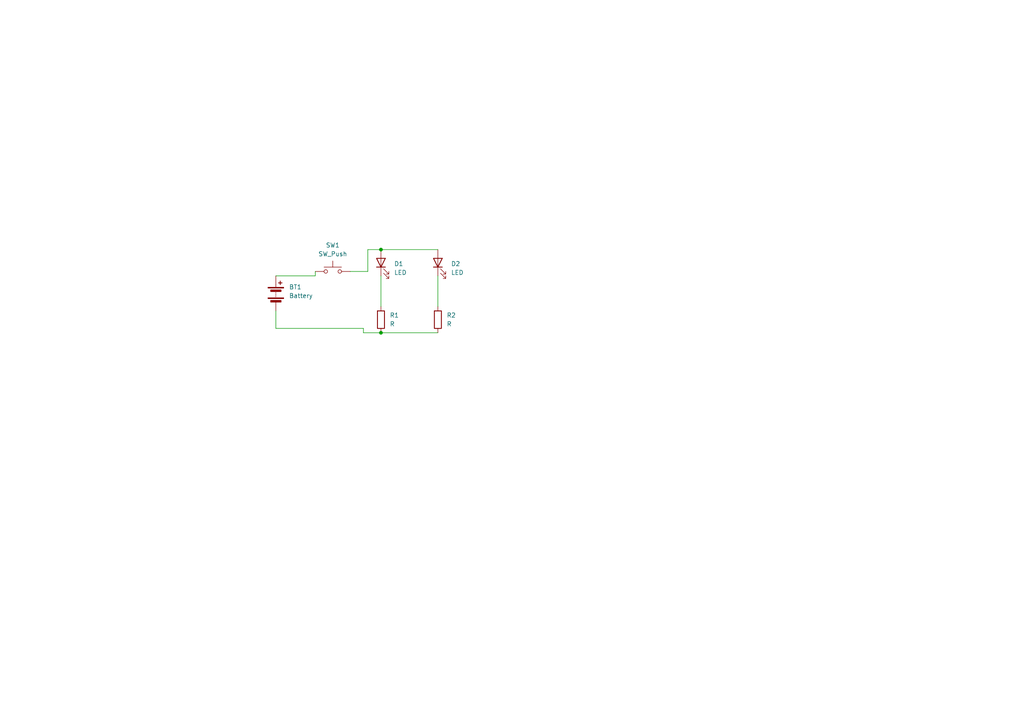
<source format=kicad_sch>
(kicad_sch
	(version 20250114)
	(generator "eeschema")
	(generator_version "9.0")
	(uuid "2504e64f-73e7-41b0-92b0-9d008e81ccbc")
	(paper "A4")
	(lib_symbols
		(symbol "Device:Battery"
			(pin_numbers
				(hide yes)
			)
			(pin_names
				(offset 0)
				(hide yes)
			)
			(exclude_from_sim no)
			(in_bom yes)
			(on_board yes)
			(property "Reference" "BT"
				(at 2.54 2.54 0)
				(effects
					(font
						(size 1.27 1.27)
					)
					(justify left)
				)
			)
			(property "Value" "Battery"
				(at 2.54 0 0)
				(effects
					(font
						(size 1.27 1.27)
					)
					(justify left)
				)
			)
			(property "Footprint" ""
				(at 0 1.524 90)
				(effects
					(font
						(size 1.27 1.27)
					)
					(hide yes)
				)
			)
			(property "Datasheet" "~"
				(at 0 1.524 90)
				(effects
					(font
						(size 1.27 1.27)
					)
					(hide yes)
				)
			)
			(property "Description" "Multiple-cell battery"
				(at 0 0 0)
				(effects
					(font
						(size 1.27 1.27)
					)
					(hide yes)
				)
			)
			(property "ki_keywords" "batt voltage-source cell"
				(at 0 0 0)
				(effects
					(font
						(size 1.27 1.27)
					)
					(hide yes)
				)
			)
			(symbol "Battery_0_1"
				(rectangle
					(start -2.286 1.778)
					(end 2.286 1.524)
					(stroke
						(width 0)
						(type default)
					)
					(fill
						(type outline)
					)
				)
				(rectangle
					(start -2.286 -1.27)
					(end 2.286 -1.524)
					(stroke
						(width 0)
						(type default)
					)
					(fill
						(type outline)
					)
				)
				(rectangle
					(start -1.524 1.016)
					(end 1.524 0.508)
					(stroke
						(width 0)
						(type default)
					)
					(fill
						(type outline)
					)
				)
				(rectangle
					(start -1.524 -2.032)
					(end 1.524 -2.54)
					(stroke
						(width 0)
						(type default)
					)
					(fill
						(type outline)
					)
				)
				(polyline
					(pts
						(xy 0 1.778) (xy 0 2.54)
					)
					(stroke
						(width 0)
						(type default)
					)
					(fill
						(type none)
					)
				)
				(polyline
					(pts
						(xy 0 0) (xy 0 0.254)
					)
					(stroke
						(width 0)
						(type default)
					)
					(fill
						(type none)
					)
				)
				(polyline
					(pts
						(xy 0 -0.508) (xy 0 -0.254)
					)
					(stroke
						(width 0)
						(type default)
					)
					(fill
						(type none)
					)
				)
				(polyline
					(pts
						(xy 0 -1.016) (xy 0 -0.762)
					)
					(stroke
						(width 0)
						(type default)
					)
					(fill
						(type none)
					)
				)
				(polyline
					(pts
						(xy 0.762 3.048) (xy 1.778 3.048)
					)
					(stroke
						(width 0.254)
						(type default)
					)
					(fill
						(type none)
					)
				)
				(polyline
					(pts
						(xy 1.27 3.556) (xy 1.27 2.54)
					)
					(stroke
						(width 0.254)
						(type default)
					)
					(fill
						(type none)
					)
				)
			)
			(symbol "Battery_1_1"
				(pin passive line
					(at 0 5.08 270)
					(length 2.54)
					(name "+"
						(effects
							(font
								(size 1.27 1.27)
							)
						)
					)
					(number "1"
						(effects
							(font
								(size 1.27 1.27)
							)
						)
					)
				)
				(pin passive line
					(at 0 -5.08 90)
					(length 2.54)
					(name "-"
						(effects
							(font
								(size 1.27 1.27)
							)
						)
					)
					(number "2"
						(effects
							(font
								(size 1.27 1.27)
							)
						)
					)
				)
			)
			(embedded_fonts no)
		)
		(symbol "Device:LED"
			(pin_numbers
				(hide yes)
			)
			(pin_names
				(offset 1.016)
				(hide yes)
			)
			(exclude_from_sim no)
			(in_bom yes)
			(on_board yes)
			(property "Reference" "D"
				(at 0 2.54 0)
				(effects
					(font
						(size 1.27 1.27)
					)
				)
			)
			(property "Value" "LED"
				(at 0 -2.54 0)
				(effects
					(font
						(size 1.27 1.27)
					)
				)
			)
			(property "Footprint" ""
				(at 0 0 0)
				(effects
					(font
						(size 1.27 1.27)
					)
					(hide yes)
				)
			)
			(property "Datasheet" "~"
				(at 0 0 0)
				(effects
					(font
						(size 1.27 1.27)
					)
					(hide yes)
				)
			)
			(property "Description" "Light emitting diode"
				(at 0 0 0)
				(effects
					(font
						(size 1.27 1.27)
					)
					(hide yes)
				)
			)
			(property "Sim.Pins" "1=K 2=A"
				(at 0 0 0)
				(effects
					(font
						(size 1.27 1.27)
					)
					(hide yes)
				)
			)
			(property "ki_keywords" "LED diode"
				(at 0 0 0)
				(effects
					(font
						(size 1.27 1.27)
					)
					(hide yes)
				)
			)
			(property "ki_fp_filters" "LED* LED_SMD:* LED_THT:*"
				(at 0 0 0)
				(effects
					(font
						(size 1.27 1.27)
					)
					(hide yes)
				)
			)
			(symbol "LED_0_1"
				(polyline
					(pts
						(xy -3.048 -0.762) (xy -4.572 -2.286) (xy -3.81 -2.286) (xy -4.572 -2.286) (xy -4.572 -1.524)
					)
					(stroke
						(width 0)
						(type default)
					)
					(fill
						(type none)
					)
				)
				(polyline
					(pts
						(xy -1.778 -0.762) (xy -3.302 -2.286) (xy -2.54 -2.286) (xy -3.302 -2.286) (xy -3.302 -1.524)
					)
					(stroke
						(width 0)
						(type default)
					)
					(fill
						(type none)
					)
				)
				(polyline
					(pts
						(xy -1.27 0) (xy 1.27 0)
					)
					(stroke
						(width 0)
						(type default)
					)
					(fill
						(type none)
					)
				)
				(polyline
					(pts
						(xy -1.27 -1.27) (xy -1.27 1.27)
					)
					(stroke
						(width 0.254)
						(type default)
					)
					(fill
						(type none)
					)
				)
				(polyline
					(pts
						(xy 1.27 -1.27) (xy 1.27 1.27) (xy -1.27 0) (xy 1.27 -1.27)
					)
					(stroke
						(width 0.254)
						(type default)
					)
					(fill
						(type none)
					)
				)
			)
			(symbol "LED_1_1"
				(pin passive line
					(at -3.81 0 0)
					(length 2.54)
					(name "K"
						(effects
							(font
								(size 1.27 1.27)
							)
						)
					)
					(number "1"
						(effects
							(font
								(size 1.27 1.27)
							)
						)
					)
				)
				(pin passive line
					(at 3.81 0 180)
					(length 2.54)
					(name "A"
						(effects
							(font
								(size 1.27 1.27)
							)
						)
					)
					(number "2"
						(effects
							(font
								(size 1.27 1.27)
							)
						)
					)
				)
			)
			(embedded_fonts no)
		)
		(symbol "Device:R"
			(pin_numbers
				(hide yes)
			)
			(pin_names
				(offset 0)
			)
			(exclude_from_sim no)
			(in_bom yes)
			(on_board yes)
			(property "Reference" "R"
				(at 2.032 0 90)
				(effects
					(font
						(size 1.27 1.27)
					)
				)
			)
			(property "Value" "R"
				(at 0 0 90)
				(effects
					(font
						(size 1.27 1.27)
					)
				)
			)
			(property "Footprint" ""
				(at -1.778 0 90)
				(effects
					(font
						(size 1.27 1.27)
					)
					(hide yes)
				)
			)
			(property "Datasheet" "~"
				(at 0 0 0)
				(effects
					(font
						(size 1.27 1.27)
					)
					(hide yes)
				)
			)
			(property "Description" "Resistor"
				(at 0 0 0)
				(effects
					(font
						(size 1.27 1.27)
					)
					(hide yes)
				)
			)
			(property "ki_keywords" "R res resistor"
				(at 0 0 0)
				(effects
					(font
						(size 1.27 1.27)
					)
					(hide yes)
				)
			)
			(property "ki_fp_filters" "R_*"
				(at 0 0 0)
				(effects
					(font
						(size 1.27 1.27)
					)
					(hide yes)
				)
			)
			(symbol "R_0_1"
				(rectangle
					(start -1.016 -2.54)
					(end 1.016 2.54)
					(stroke
						(width 0.254)
						(type default)
					)
					(fill
						(type none)
					)
				)
			)
			(symbol "R_1_1"
				(pin passive line
					(at 0 3.81 270)
					(length 1.27)
					(name "~"
						(effects
							(font
								(size 1.27 1.27)
							)
						)
					)
					(number "1"
						(effects
							(font
								(size 1.27 1.27)
							)
						)
					)
				)
				(pin passive line
					(at 0 -3.81 90)
					(length 1.27)
					(name "~"
						(effects
							(font
								(size 1.27 1.27)
							)
						)
					)
					(number "2"
						(effects
							(font
								(size 1.27 1.27)
							)
						)
					)
				)
			)
			(embedded_fonts no)
		)
		(symbol "Switch:SW_Push"
			(pin_numbers
				(hide yes)
			)
			(pin_names
				(offset 1.016)
				(hide yes)
			)
			(exclude_from_sim no)
			(in_bom yes)
			(on_board yes)
			(property "Reference" "SW"
				(at 1.27 2.54 0)
				(effects
					(font
						(size 1.27 1.27)
					)
					(justify left)
				)
			)
			(property "Value" "SW_Push"
				(at 0 -1.524 0)
				(effects
					(font
						(size 1.27 1.27)
					)
				)
			)
			(property "Footprint" ""
				(at 0 5.08 0)
				(effects
					(font
						(size 1.27 1.27)
					)
					(hide yes)
				)
			)
			(property "Datasheet" "~"
				(at 0 5.08 0)
				(effects
					(font
						(size 1.27 1.27)
					)
					(hide yes)
				)
			)
			(property "Description" "Push button switch, generic, two pins"
				(at 0 0 0)
				(effects
					(font
						(size 1.27 1.27)
					)
					(hide yes)
				)
			)
			(property "ki_keywords" "switch normally-open pushbutton push-button"
				(at 0 0 0)
				(effects
					(font
						(size 1.27 1.27)
					)
					(hide yes)
				)
			)
			(symbol "SW_Push_0_1"
				(circle
					(center -2.032 0)
					(radius 0.508)
					(stroke
						(width 0)
						(type default)
					)
					(fill
						(type none)
					)
				)
				(polyline
					(pts
						(xy 0 1.27) (xy 0 3.048)
					)
					(stroke
						(width 0)
						(type default)
					)
					(fill
						(type none)
					)
				)
				(circle
					(center 2.032 0)
					(radius 0.508)
					(stroke
						(width 0)
						(type default)
					)
					(fill
						(type none)
					)
				)
				(polyline
					(pts
						(xy 2.54 1.27) (xy -2.54 1.27)
					)
					(stroke
						(width 0)
						(type default)
					)
					(fill
						(type none)
					)
				)
				(pin passive line
					(at -5.08 0 0)
					(length 2.54)
					(name "1"
						(effects
							(font
								(size 1.27 1.27)
							)
						)
					)
					(number "1"
						(effects
							(font
								(size 1.27 1.27)
							)
						)
					)
				)
				(pin passive line
					(at 5.08 0 180)
					(length 2.54)
					(name "2"
						(effects
							(font
								(size 1.27 1.27)
							)
						)
					)
					(number "2"
						(effects
							(font
								(size 1.27 1.27)
							)
						)
					)
				)
			)
			(embedded_fonts no)
		)
	)
	(junction
		(at 110.49 96.52)
		(diameter 0)
		(color 0 0 0 0)
		(uuid "7fe8f6a4-3854-4f7d-83f9-8526131bf0f0")
	)
	(junction
		(at 110.49 72.39)
		(diameter 0)
		(color 0 0 0 0)
		(uuid "dc0a9a49-cecf-4877-bd19-189eb3d8a6ef")
	)
	(wire
		(pts
			(xy 110.49 96.52) (xy 127 96.52)
		)
		(stroke
			(width 0)
			(type default)
		)
		(uuid "09862fc5-b0fe-41e0-8171-2ecc073db51c")
	)
	(wire
		(pts
			(xy 80.01 95.25) (xy 105.41 95.25)
		)
		(stroke
			(width 0)
			(type default)
		)
		(uuid "13566e52-468a-40a1-a848-7c71ca66a66e")
	)
	(wire
		(pts
			(xy 80.01 80.01) (xy 91.44 80.01)
		)
		(stroke
			(width 0)
			(type default)
		)
		(uuid "2cacabf9-6ce4-4afe-8271-c5a1ef96a652")
	)
	(wire
		(pts
			(xy 105.41 96.52) (xy 110.49 96.52)
		)
		(stroke
			(width 0)
			(type default)
		)
		(uuid "4353bb62-0c0a-4b4a-a735-b365578a955f")
	)
	(wire
		(pts
			(xy 80.01 90.17) (xy 80.01 95.25)
		)
		(stroke
			(width 0)
			(type default)
		)
		(uuid "4c7e024c-253c-42c8-a1f0-bf227ff829f4")
	)
	(wire
		(pts
			(xy 91.44 80.01) (xy 91.44 78.74)
		)
		(stroke
			(width 0)
			(type default)
		)
		(uuid "60c3be37-a522-4cb9-81e1-a0a532d510b9")
	)
	(wire
		(pts
			(xy 127 80.01) (xy 127 88.9)
		)
		(stroke
			(width 0)
			(type default)
		)
		(uuid "6b9c961b-6a44-4314-ab59-d0e21df1ef5a")
	)
	(wire
		(pts
			(xy 106.68 72.39) (xy 110.49 72.39)
		)
		(stroke
			(width 0)
			(type default)
		)
		(uuid "98e82a03-8edf-4ce9-88f9-9803fd306d5c")
	)
	(wire
		(pts
			(xy 106.68 78.74) (xy 106.68 72.39)
		)
		(stroke
			(width 0)
			(type default)
		)
		(uuid "a6d4aef4-8902-4183-81b9-5a31e5d924a3")
	)
	(wire
		(pts
			(xy 101.6 78.74) (xy 106.68 78.74)
		)
		(stroke
			(width 0)
			(type default)
		)
		(uuid "b07fd478-d20c-49bd-9311-87f4dea291cb")
	)
	(wire
		(pts
			(xy 110.49 80.01) (xy 110.49 88.9)
		)
		(stroke
			(width 0)
			(type default)
		)
		(uuid "c0925b84-4ff5-411a-bbcb-621443eff7d4")
	)
	(wire
		(pts
			(xy 110.49 72.39) (xy 127 72.39)
		)
		(stroke
			(width 0)
			(type default)
		)
		(uuid "c8dabac4-747d-401c-8205-6e10b11d9b2e")
	)
	(wire
		(pts
			(xy 105.41 95.25) (xy 105.41 96.52)
		)
		(stroke
			(width 0)
			(type default)
		)
		(uuid "dd6252e0-0b66-4c2f-b1ec-c45f3a3bc725")
	)
	(symbol
		(lib_id "Switch:SW_Push")
		(at 96.52 78.74 0)
		(unit 1)
		(exclude_from_sim no)
		(in_bom yes)
		(on_board yes)
		(dnp no)
		(fields_autoplaced yes)
		(uuid "0e49b549-6a68-4da0-afe4-9de064bec014")
		(property "Reference" "SW1"
			(at 96.52 71.12 0)
			(effects
				(font
					(size 1.27 1.27)
				)
			)
		)
		(property "Value" "SW_Push"
			(at 96.52 73.66 0)
			(effects
				(font
					(size 1.27 1.27)
				)
			)
		)
		(property "Footprint" "Button_Switch_THT:SW_PUSH_6mm"
			(at 96.52 73.66 0)
			(effects
				(font
					(size 1.27 1.27)
				)
				(hide yes)
			)
		)
		(property "Datasheet" "~"
			(at 96.52 73.66 0)
			(effects
				(font
					(size 1.27 1.27)
				)
				(hide yes)
			)
		)
		(property "Description" "Push button switch, generic, two pins"
			(at 96.52 78.74 0)
			(effects
				(font
					(size 1.27 1.27)
				)
				(hide yes)
			)
		)
		(pin "2"
			(uuid "89ded23b-5bfd-4c33-b001-d4bb91c9bd8f")
		)
		(pin "1"
			(uuid "8b04bd38-cb08-420f-ad9c-158a0131df19")
		)
		(instances
			(project ""
				(path "/2504e64f-73e7-41b0-92b0-9d008e81ccbc"
					(reference "SW1")
					(unit 1)
				)
			)
		)
	)
	(symbol
		(lib_id "Device:LED")
		(at 110.49 76.2 90)
		(unit 1)
		(exclude_from_sim no)
		(in_bom yes)
		(on_board yes)
		(dnp no)
		(fields_autoplaced yes)
		(uuid "54dbf1c2-cd10-40a1-96fa-237e42d7eb1a")
		(property "Reference" "D1"
			(at 114.3 76.5174 90)
			(effects
				(font
					(size 1.27 1.27)
				)
				(justify right)
			)
		)
		(property "Value" "LED"
			(at 114.3 79.0574 90)
			(effects
				(font
					(size 1.27 1.27)
				)
				(justify right)
			)
		)
		(property "Footprint" "LED_THT:LED_D5.0mm"
			(at 110.49 76.2 0)
			(effects
				(font
					(size 1.27 1.27)
				)
				(hide yes)
			)
		)
		(property "Datasheet" "~"
			(at 110.49 76.2 0)
			(effects
				(font
					(size 1.27 1.27)
				)
				(hide yes)
			)
		)
		(property "Description" "Light emitting diode"
			(at 110.49 76.2 0)
			(effects
				(font
					(size 1.27 1.27)
				)
				(hide yes)
			)
		)
		(property "Sim.Pins" "1=K 2=A"
			(at 110.49 76.2 0)
			(effects
				(font
					(size 1.27 1.27)
				)
				(hide yes)
			)
		)
		(pin "1"
			(uuid "fa04c85c-5de4-4bda-97f7-20bf33ec8132")
		)
		(pin "2"
			(uuid "0ae79d11-d3d5-4321-8871-4fbce8ae0b0e")
		)
		(instances
			(project ""
				(path "/2504e64f-73e7-41b0-92b0-9d008e81ccbc"
					(reference "D1")
					(unit 1)
				)
			)
		)
	)
	(symbol
		(lib_id "Device:R")
		(at 127 92.71 0)
		(unit 1)
		(exclude_from_sim no)
		(in_bom yes)
		(on_board yes)
		(dnp no)
		(fields_autoplaced yes)
		(uuid "d5af60e2-b13c-4943-9bb6-7ba420cd2129")
		(property "Reference" "R2"
			(at 129.54 91.4399 0)
			(effects
				(font
					(size 1.27 1.27)
				)
				(justify left)
			)
		)
		(property "Value" "R"
			(at 129.54 93.9799 0)
			(effects
				(font
					(size 1.27 1.27)
				)
				(justify left)
			)
		)
		(property "Footprint" "Resistor_THT:R_Axial_DIN0207_L6.3mm_D2.5mm_P7.62mm_Horizontal"
			(at 125.222 92.71 90)
			(effects
				(font
					(size 1.27 1.27)
				)
				(hide yes)
			)
		)
		(property "Datasheet" "~"
			(at 127 92.71 0)
			(effects
				(font
					(size 1.27 1.27)
				)
				(hide yes)
			)
		)
		(property "Description" "Resistor"
			(at 127 92.71 0)
			(effects
				(font
					(size 1.27 1.27)
				)
				(hide yes)
			)
		)
		(pin "1"
			(uuid "0d61cc7c-5b94-4a83-8a0e-05a5261ec44c")
		)
		(pin "2"
			(uuid "92629c77-4f40-4b85-836e-3c25b83f4623")
		)
		(instances
			(project ""
				(path "/2504e64f-73e7-41b0-92b0-9d008e81ccbc"
					(reference "R2")
					(unit 1)
				)
			)
		)
	)
	(symbol
		(lib_id "Device:LED")
		(at 127 76.2 90)
		(unit 1)
		(exclude_from_sim no)
		(in_bom yes)
		(on_board yes)
		(dnp no)
		(fields_autoplaced yes)
		(uuid "dee6fd16-4626-46a8-8228-8d327a189990")
		(property "Reference" "D2"
			(at 130.81 76.5174 90)
			(effects
				(font
					(size 1.27 1.27)
				)
				(justify right)
			)
		)
		(property "Value" "LED"
			(at 130.81 79.0574 90)
			(effects
				(font
					(size 1.27 1.27)
				)
				(justify right)
			)
		)
		(property "Footprint" "LED_THT:LED_D5.0mm"
			(at 127 76.2 0)
			(effects
				(font
					(size 1.27 1.27)
				)
				(hide yes)
			)
		)
		(property "Datasheet" "~"
			(at 127 76.2 0)
			(effects
				(font
					(size 1.27 1.27)
				)
				(hide yes)
			)
		)
		(property "Description" "Light emitting diode"
			(at 127 76.2 0)
			(effects
				(font
					(size 1.27 1.27)
				)
				(hide yes)
			)
		)
		(property "Sim.Pins" "1=K 2=A"
			(at 127 76.2 0)
			(effects
				(font
					(size 1.27 1.27)
				)
				(hide yes)
			)
		)
		(pin "2"
			(uuid "af7c3cb2-315a-47c2-aad2-4081ecab2d95")
		)
		(pin "1"
			(uuid "9e8ac2c7-7286-4c1b-996a-9105cc72f1d3")
		)
		(instances
			(project ""
				(path "/2504e64f-73e7-41b0-92b0-9d008e81ccbc"
					(reference "D2")
					(unit 1)
				)
			)
		)
	)
	(symbol
		(lib_id "Device:R")
		(at 110.49 92.71 0)
		(unit 1)
		(exclude_from_sim no)
		(in_bom yes)
		(on_board yes)
		(dnp no)
		(fields_autoplaced yes)
		(uuid "f63e040c-a0e7-4839-a5b4-b087cb6b1766")
		(property "Reference" "R1"
			(at 113.03 91.4399 0)
			(effects
				(font
					(size 1.27 1.27)
				)
				(justify left)
			)
		)
		(property "Value" "R"
			(at 113.03 93.9799 0)
			(effects
				(font
					(size 1.27 1.27)
				)
				(justify left)
			)
		)
		(property "Footprint" "Resistor_THT:R_Axial_DIN0207_L6.3mm_D2.5mm_P7.62mm_Horizontal"
			(at 108.712 92.71 90)
			(effects
				(font
					(size 1.27 1.27)
				)
				(hide yes)
			)
		)
		(property "Datasheet" "~"
			(at 110.49 92.71 0)
			(effects
				(font
					(size 1.27 1.27)
				)
				(hide yes)
			)
		)
		(property "Description" "Resistor"
			(at 110.49 92.71 0)
			(effects
				(font
					(size 1.27 1.27)
				)
				(hide yes)
			)
		)
		(pin "2"
			(uuid "1b093e9b-37ed-4587-b407-c8f2e6764e72")
		)
		(pin "1"
			(uuid "615cf654-d5af-43a4-8bd3-824b0d030fd8")
		)
		(instances
			(project ""
				(path "/2504e64f-73e7-41b0-92b0-9d008e81ccbc"
					(reference "R1")
					(unit 1)
				)
			)
		)
	)
	(symbol
		(lib_id "Device:Battery")
		(at 80.01 85.09 0)
		(unit 1)
		(exclude_from_sim no)
		(in_bom yes)
		(on_board yes)
		(dnp no)
		(fields_autoplaced yes)
		(uuid "fcd088d1-fdd7-4b52-a390-e717d4b0747b")
		(property "Reference" "BT1"
			(at 83.82 83.2484 0)
			(effects
				(font
					(size 1.27 1.27)
				)
				(justify left)
			)
		)
		(property "Value" "Battery"
			(at 83.82 85.7884 0)
			(effects
				(font
					(size 1.27 1.27)
				)
				(justify left)
			)
		)
		(property "Footprint" "Battery:BatteryHolder_Keystone_3034_1x20mm"
			(at 80.01 83.566 90)
			(effects
				(font
					(size 1.27 1.27)
				)
				(hide yes)
			)
		)
		(property "Datasheet" "~"
			(at 80.01 83.566 90)
			(effects
				(font
					(size 1.27 1.27)
				)
				(hide yes)
			)
		)
		(property "Description" "Multiple-cell battery"
			(at 80.01 85.09 0)
			(effects
				(font
					(size 1.27 1.27)
				)
				(hide yes)
			)
		)
		(pin "1"
			(uuid "cdac053d-5888-444c-bd71-b8bf4ce7055f")
		)
		(pin "2"
			(uuid "642d2ab4-7644-47e3-8d52-27c0b27701fb")
		)
		(instances
			(project ""
				(path "/2504e64f-73e7-41b0-92b0-9d008e81ccbc"
					(reference "BT1")
					(unit 1)
				)
			)
		)
	)
	(sheet_instances
		(path "/"
			(page "1")
		)
	)
	(embedded_fonts no)
)

</source>
